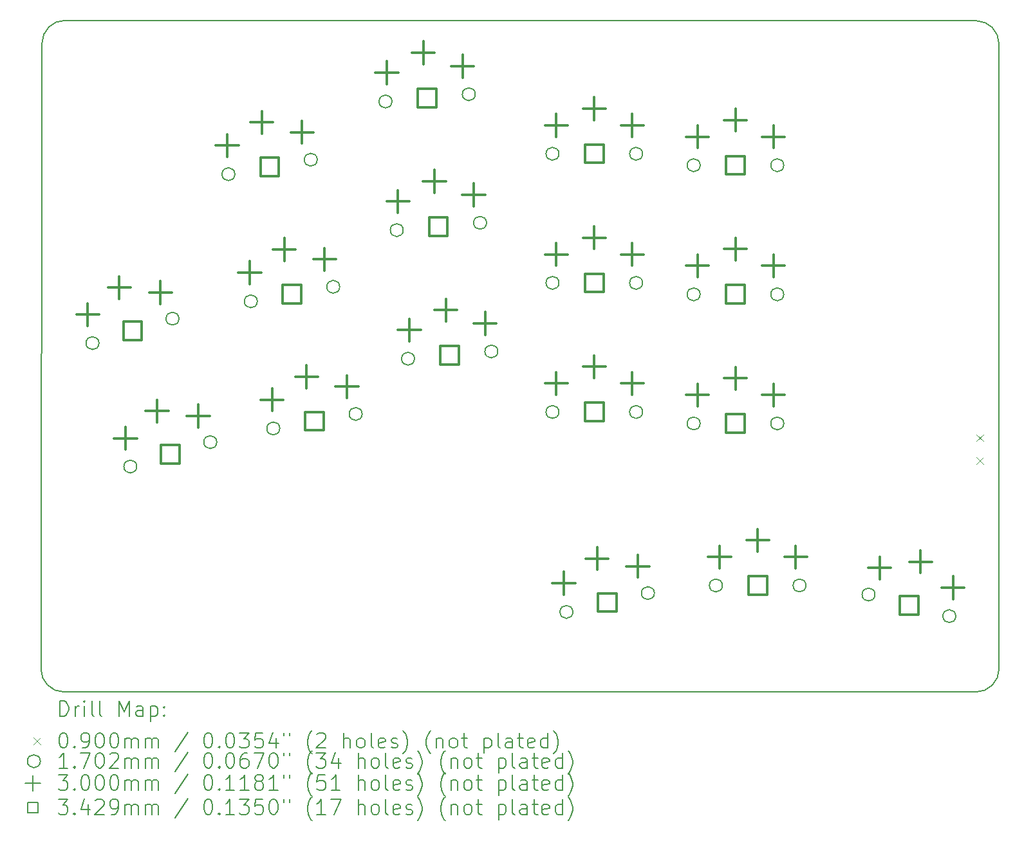
<source format=gbr>
%FSLAX45Y45*%
G04 Gerber Fmt 4.5, Leading zero omitted, Abs format (unit mm)*
G04 Created by KiCad (PCBNEW (6.0.4)) date 2022-05-26 21:53:49*
%MOMM*%
%LPD*%
G01*
G04 APERTURE LIST*
%TA.AperFunction,Profile*%
%ADD10C,0.150000*%
%TD*%
%ADD11C,0.200000*%
%ADD12C,0.090000*%
%ADD13C,0.170180*%
%ADD14C,0.300000*%
%ADD15C,0.342900*%
G04 APERTURE END LIST*
D10*
X16865768Y12115786D02*
G75*
G03*
X16560968Y12420586I-304800J0D01*
G01*
X4579491Y12425784D02*
G75*
G03*
X4274691Y12120984I0J-304800D01*
G01*
X4261741Y3886032D02*
G75*
G03*
X4566541Y3581232I304800J0D01*
G01*
X16560800Y3581400D02*
G75*
G03*
X16865600Y3886200I0J304800D01*
G01*
X16560968Y12420586D02*
X4579491Y12425784D01*
X4261741Y3886032D02*
X4274691Y12120984D01*
X16865600Y3886200D02*
X16865768Y12115786D01*
X16560800Y3581400D02*
X4566541Y3581232D01*
D11*
D12*
X16566600Y6973200D02*
X16656600Y6883200D01*
X16656600Y6973200D02*
X16566600Y6883200D01*
X16566600Y6673200D02*
X16656600Y6583200D01*
X16656600Y6673200D02*
X16566600Y6583200D01*
D13*
X5025423Y8175815D02*
G75*
G03*
X5025423Y8175815I-85090J0D01*
G01*
X5522455Y6550097D02*
G75*
G03*
X5522455Y6550097I-85090J0D01*
G01*
X6077358Y8497424D02*
G75*
G03*
X6077358Y8497424I-85090J0D01*
G01*
X6574390Y6871706D02*
G75*
G03*
X6574390Y6871706I-85090J0D01*
G01*
X6813489Y10399777D02*
G75*
G03*
X6813489Y10399777I-85090J0D01*
G01*
X7108691Y8725603D02*
G75*
G03*
X7108691Y8725603I-85090J0D01*
G01*
X7403893Y7051430D02*
G75*
G03*
X7403893Y7051430I-85090J0D01*
G01*
X7896778Y10590790D02*
G75*
G03*
X7896778Y10590790I-85090J0D01*
G01*
X8191980Y8916616D02*
G75*
G03*
X8191980Y8916616I-85090J0D01*
G01*
X8487182Y7242443D02*
G75*
G03*
X8487182Y7242443I-85090J0D01*
G01*
X8879532Y11357012D02*
G75*
G03*
X8879532Y11357012I-85090J0D01*
G01*
X9027696Y9663481D02*
G75*
G03*
X9027696Y9663481I-85090J0D01*
G01*
X9175861Y7969950D02*
G75*
G03*
X9175861Y7969950I-85090J0D01*
G01*
X9975346Y11452883D02*
G75*
G03*
X9975346Y11452883I-85090J0D01*
G01*
X10123510Y9759352D02*
G75*
G03*
X10123510Y9759352I-85090J0D01*
G01*
X10271675Y8065821D02*
G75*
G03*
X10271675Y8065821I-85090J0D01*
G01*
X11076199Y10668602D02*
G75*
G03*
X11076199Y10668602I-85090J0D01*
G01*
X11076199Y8968602D02*
G75*
G03*
X11076199Y8968602I-85090J0D01*
G01*
X11076199Y7268602D02*
G75*
G03*
X11076199Y7268602I-85090J0D01*
G01*
X11259796Y4635999D02*
G75*
G03*
X11259796Y4635999I-85090J0D01*
G01*
X12176199Y10668602D02*
G75*
G03*
X12176199Y10668602I-85090J0D01*
G01*
X12176199Y8968602D02*
G75*
G03*
X12176199Y8968602I-85090J0D01*
G01*
X12176199Y7268602D02*
G75*
G03*
X12176199Y7268602I-85090J0D01*
G01*
X12331603Y4883445D02*
G75*
G03*
X12331603Y4883445I-85090J0D01*
G01*
X12933590Y10517800D02*
G75*
G03*
X12933590Y10517800I-85090J0D01*
G01*
X12933590Y8817800D02*
G75*
G03*
X12933590Y8817800I-85090J0D01*
G01*
X12933590Y7117800D02*
G75*
G03*
X12933590Y7117800I-85090J0D01*
G01*
X13225690Y4984200D02*
G75*
G03*
X13225690Y4984200I-85090J0D01*
G01*
X14033590Y10517800D02*
G75*
G03*
X14033590Y10517800I-85090J0D01*
G01*
X14033590Y8817800D02*
G75*
G03*
X14033590Y8817800I-85090J0D01*
G01*
X14033590Y7117800D02*
G75*
G03*
X14033590Y7117800I-85090J0D01*
G01*
X14325690Y4984200D02*
G75*
G03*
X14325690Y4984200I-85090J0D01*
G01*
X15233760Y4864650D02*
G75*
G03*
X15233760Y4864650I-85090J0D01*
G01*
X16296278Y4579949D02*
G75*
G03*
X16296278Y4579949I-85090J0D01*
G01*
D14*
X4878509Y8699048D02*
X4878509Y8399048D01*
X4728509Y8549048D02*
X5028509Y8549048D01*
X5292339Y9055621D02*
X5292339Y8755621D01*
X5142339Y8905621D02*
X5442339Y8905621D01*
X5375541Y7073330D02*
X5375541Y6773330D01*
X5225541Y6923330D02*
X5525541Y6923330D01*
X5789371Y7429903D02*
X5789371Y7129903D01*
X5639371Y7279903D02*
X5939371Y7279903D01*
X5834814Y8991420D02*
X5834814Y8691420D01*
X5684814Y8841420D02*
X5984814Y8841420D01*
X6331845Y7365702D02*
X6331845Y7065702D01*
X6181845Y7215702D02*
X6481845Y7215702D01*
X6712522Y10927762D02*
X6712522Y10627762D01*
X6562522Y10777762D02*
X6862522Y10777762D01*
X7007724Y9253589D02*
X7007724Y8953589D01*
X6857724Y9103589D02*
X7157724Y9103589D01*
X7166723Y11231244D02*
X7166723Y10931244D01*
X7016723Y11081244D02*
X7316723Y11081244D01*
X7302926Y7579415D02*
X7302926Y7279415D01*
X7152926Y7429415D02*
X7452926Y7429415D01*
X7461925Y9557070D02*
X7461925Y9257070D01*
X7311925Y9407070D02*
X7611925Y9407070D01*
X7697330Y11101410D02*
X7697330Y10801410D01*
X7547330Y10951410D02*
X7847330Y10951410D01*
X7757127Y7882897D02*
X7757127Y7582897D01*
X7607127Y7732897D02*
X7907127Y7732897D01*
X7992531Y9427237D02*
X7992531Y9127237D01*
X7842531Y9277237D02*
X8142531Y9277237D01*
X8287733Y7753063D02*
X8287733Y7453063D01*
X8137733Y7603063D02*
X8437733Y7603063D01*
X8811568Y11884943D02*
X8811568Y11584943D01*
X8661568Y11734943D02*
X8961568Y11734943D01*
X8959733Y10191412D02*
X8959733Y9891412D01*
X8809733Y10041412D02*
X9109733Y10041412D01*
X9107897Y8497881D02*
X9107897Y8197881D01*
X8957897Y8347881D02*
X9257897Y8347881D01*
X9290491Y12147683D02*
X9290491Y11847683D01*
X9140491Y11997683D02*
X9440491Y11997683D01*
X9438656Y10454153D02*
X9438656Y10154153D01*
X9288656Y10304153D02*
X9588656Y10304153D01*
X9586820Y8760622D02*
X9586820Y8460622D01*
X9436820Y8610622D02*
X9736820Y8610622D01*
X9807763Y11972098D02*
X9807763Y11672098D01*
X9657763Y11822098D02*
X9957763Y11822098D01*
X9955927Y10278568D02*
X9955927Y9978568D01*
X9805927Y10128568D02*
X10105927Y10128568D01*
X10104092Y8585037D02*
X10104092Y8285036D01*
X9954092Y8435037D02*
X10254092Y8435037D01*
X11041109Y11193602D02*
X11041109Y10893602D01*
X10891109Y11043602D02*
X11191109Y11043602D01*
X11041109Y9493602D02*
X11041109Y9193602D01*
X10891109Y9343602D02*
X11191109Y9343602D01*
X11041109Y7793602D02*
X11041109Y7493602D01*
X10891109Y7643602D02*
X11191109Y7643602D01*
X11139068Y5162635D02*
X11139068Y4862635D01*
X10989068Y5012635D02*
X11289068Y5012635D01*
X11541109Y11413602D02*
X11541109Y11113602D01*
X11391109Y11263602D02*
X11691109Y11263602D01*
X11541109Y9713602D02*
X11541109Y9413602D01*
X11391109Y9563602D02*
X11691109Y9563602D01*
X11541109Y8013602D02*
X11541109Y7713602D01*
X11391109Y7863602D02*
X11691109Y7863602D01*
X11576764Y5489472D02*
X11576764Y5189472D01*
X11426764Y5339472D02*
X11726764Y5339472D01*
X12041109Y11193602D02*
X12041109Y10893602D01*
X11891109Y11043602D02*
X12191109Y11043602D01*
X12041109Y9493602D02*
X12041109Y9193602D01*
X11891109Y9343602D02*
X12191109Y9343602D01*
X12041109Y7793602D02*
X12041109Y7493602D01*
X11891109Y7643602D02*
X12191109Y7643602D01*
X12113438Y5387586D02*
X12113438Y5087586D01*
X11963438Y5237586D02*
X12263438Y5237586D01*
X12898500Y11042800D02*
X12898500Y10742800D01*
X12748500Y10892800D02*
X13048500Y10892800D01*
X12898500Y9342800D02*
X12898500Y9042800D01*
X12748500Y9192800D02*
X13048500Y9192800D01*
X12898500Y7642800D02*
X12898500Y7342800D01*
X12748500Y7492800D02*
X13048500Y7492800D01*
X13190600Y5509200D02*
X13190600Y5209200D01*
X13040600Y5359200D02*
X13340600Y5359200D01*
X13398500Y11262800D02*
X13398500Y10962800D01*
X13248500Y11112800D02*
X13548500Y11112800D01*
X13398500Y9562800D02*
X13398500Y9262800D01*
X13248500Y9412800D02*
X13548500Y9412800D01*
X13398500Y7862800D02*
X13398500Y7562800D01*
X13248500Y7712800D02*
X13548500Y7712800D01*
X13690600Y5729200D02*
X13690600Y5429200D01*
X13540600Y5579200D02*
X13840600Y5579200D01*
X13898500Y11042800D02*
X13898500Y10742800D01*
X13748500Y10892800D02*
X14048500Y10892800D01*
X13898500Y9342800D02*
X13898500Y9042800D01*
X13748500Y9192800D02*
X14048500Y9192800D01*
X13898500Y7642800D02*
X13898500Y7342800D01*
X13748500Y7492800D02*
X14048500Y7492800D01*
X14190600Y5509200D02*
X14190600Y5209200D01*
X14040600Y5359200D02*
X14340600Y5359200D01*
X15294023Y5363931D02*
X15294023Y5063931D01*
X15144023Y5213931D02*
X15444023Y5213931D01*
X15833927Y5447026D02*
X15833927Y5147026D01*
X15683927Y5297026D02*
X15983927Y5297026D01*
X16259949Y5105112D02*
X16259949Y4805112D01*
X16109949Y4955112D02*
X16409949Y4955112D01*
D15*
X5587535Y8215385D02*
X5587535Y8457854D01*
X5345066Y8457854D01*
X5345066Y8215385D01*
X5587535Y8215385D01*
X6084567Y6589667D02*
X6084567Y6832136D01*
X5842098Y6832136D01*
X5842098Y6589667D01*
X6084567Y6589667D01*
X7391278Y10374048D02*
X7391278Y10616518D01*
X7148809Y10616518D01*
X7148809Y10374048D01*
X7391278Y10374048D01*
X7686480Y8699875D02*
X7686480Y8942344D01*
X7444011Y8942344D01*
X7444011Y8699875D01*
X7686480Y8699875D01*
X7981682Y7025702D02*
X7981682Y7268171D01*
X7739213Y7268171D01*
X7739213Y7025702D01*
X7981682Y7025702D01*
X9463583Y11283713D02*
X9463583Y11526182D01*
X9221114Y11526182D01*
X9221114Y11283713D01*
X9463583Y11283713D01*
X9611748Y9590182D02*
X9611748Y9832651D01*
X9369279Y9832651D01*
X9369279Y9590182D01*
X9611748Y9590182D01*
X9759913Y7896651D02*
X9759913Y8139120D01*
X9517444Y8139120D01*
X9517444Y7896651D01*
X9759913Y7896651D01*
X11662343Y10547367D02*
X11662343Y10789836D01*
X11419874Y10789836D01*
X11419874Y10547367D01*
X11662343Y10547367D01*
X11662343Y8847367D02*
X11662343Y9089836D01*
X11419874Y9089836D01*
X11419874Y8847367D01*
X11662343Y8847367D01*
X11662343Y7147367D02*
X11662343Y7389836D01*
X11419874Y7389836D01*
X11419874Y7147367D01*
X11662343Y7147367D01*
X11831844Y4638487D02*
X11831844Y4880957D01*
X11589375Y4880957D01*
X11589375Y4638487D01*
X11831844Y4638487D01*
X13519735Y10396565D02*
X13519735Y10639035D01*
X13277265Y10639035D01*
X13277265Y10396565D01*
X13519735Y10396565D01*
X13519735Y8696565D02*
X13519735Y8939035D01*
X13277265Y8939035D01*
X13277265Y8696565D01*
X13519735Y8696565D01*
X13519735Y6996565D02*
X13519735Y7239035D01*
X13277265Y7239035D01*
X13277265Y6996565D01*
X13519735Y6996565D01*
X13811834Y4862966D02*
X13811834Y5105435D01*
X13569365Y5105435D01*
X13569365Y4862966D01*
X13811834Y4862966D01*
X15801164Y4601065D02*
X15801164Y4843534D01*
X15558695Y4843534D01*
X15558695Y4601065D01*
X15801164Y4601065D01*
D11*
X4511860Y3263256D02*
X4511860Y3463256D01*
X4559479Y3463256D01*
X4588051Y3453732D01*
X4607098Y3434684D01*
X4616622Y3415637D01*
X4626146Y3377542D01*
X4626146Y3348970D01*
X4616622Y3310875D01*
X4607098Y3291827D01*
X4588051Y3272780D01*
X4559479Y3263256D01*
X4511860Y3263256D01*
X4711860Y3263256D02*
X4711860Y3396589D01*
X4711860Y3358494D02*
X4721384Y3377542D01*
X4730908Y3387065D01*
X4749955Y3396589D01*
X4769003Y3396589D01*
X4835670Y3263256D02*
X4835670Y3396589D01*
X4835670Y3463256D02*
X4826146Y3453732D01*
X4835670Y3444208D01*
X4845193Y3453732D01*
X4835670Y3463256D01*
X4835670Y3444208D01*
X4959479Y3263256D02*
X4940431Y3272780D01*
X4930908Y3291827D01*
X4930908Y3463256D01*
X5064241Y3263256D02*
X5045193Y3272780D01*
X5035670Y3291827D01*
X5035670Y3463256D01*
X5292812Y3263256D02*
X5292812Y3463256D01*
X5359479Y3320399D01*
X5426146Y3463256D01*
X5426146Y3263256D01*
X5607098Y3263256D02*
X5607098Y3368018D01*
X5597574Y3387065D01*
X5578527Y3396589D01*
X5540431Y3396589D01*
X5521384Y3387065D01*
X5607098Y3272780D02*
X5588051Y3263256D01*
X5540431Y3263256D01*
X5521384Y3272780D01*
X5511860Y3291827D01*
X5511860Y3310875D01*
X5521384Y3329923D01*
X5540431Y3339446D01*
X5588051Y3339446D01*
X5607098Y3348970D01*
X5702336Y3396589D02*
X5702336Y3196589D01*
X5702336Y3387065D02*
X5721384Y3396589D01*
X5759479Y3396589D01*
X5778527Y3387065D01*
X5788050Y3377542D01*
X5797574Y3358494D01*
X5797574Y3301351D01*
X5788050Y3282304D01*
X5778527Y3272780D01*
X5759479Y3263256D01*
X5721384Y3263256D01*
X5702336Y3272780D01*
X5883289Y3282304D02*
X5892812Y3272780D01*
X5883289Y3263256D01*
X5873765Y3272780D01*
X5883289Y3282304D01*
X5883289Y3263256D01*
X5883289Y3387065D02*
X5892812Y3377542D01*
X5883289Y3368018D01*
X5873765Y3377542D01*
X5883289Y3387065D01*
X5883289Y3368018D01*
D12*
X4164241Y2978732D02*
X4254241Y2888732D01*
X4254241Y2978732D02*
X4164241Y2888732D01*
D11*
X4549955Y3043256D02*
X4569003Y3043256D01*
X4588051Y3033732D01*
X4597574Y3024208D01*
X4607098Y3005161D01*
X4616622Y2967065D01*
X4616622Y2919446D01*
X4607098Y2881351D01*
X4597574Y2862304D01*
X4588051Y2852780D01*
X4569003Y2843256D01*
X4549955Y2843256D01*
X4530908Y2852780D01*
X4521384Y2862304D01*
X4511860Y2881351D01*
X4502336Y2919446D01*
X4502336Y2967065D01*
X4511860Y3005161D01*
X4521384Y3024208D01*
X4530908Y3033732D01*
X4549955Y3043256D01*
X4702336Y2862304D02*
X4711860Y2852780D01*
X4702336Y2843256D01*
X4692812Y2852780D01*
X4702336Y2862304D01*
X4702336Y2843256D01*
X4807098Y2843256D02*
X4845193Y2843256D01*
X4864241Y2852780D01*
X4873765Y2862304D01*
X4892812Y2890875D01*
X4902336Y2928970D01*
X4902336Y3005161D01*
X4892812Y3024208D01*
X4883289Y3033732D01*
X4864241Y3043256D01*
X4826146Y3043256D01*
X4807098Y3033732D01*
X4797574Y3024208D01*
X4788051Y3005161D01*
X4788051Y2957542D01*
X4797574Y2938494D01*
X4807098Y2928970D01*
X4826146Y2919446D01*
X4864241Y2919446D01*
X4883289Y2928970D01*
X4892812Y2938494D01*
X4902336Y2957542D01*
X5026146Y3043256D02*
X5045193Y3043256D01*
X5064241Y3033732D01*
X5073765Y3024208D01*
X5083289Y3005161D01*
X5092812Y2967065D01*
X5092812Y2919446D01*
X5083289Y2881351D01*
X5073765Y2862304D01*
X5064241Y2852780D01*
X5045193Y2843256D01*
X5026146Y2843256D01*
X5007098Y2852780D01*
X4997574Y2862304D01*
X4988051Y2881351D01*
X4978527Y2919446D01*
X4978527Y2967065D01*
X4988051Y3005161D01*
X4997574Y3024208D01*
X5007098Y3033732D01*
X5026146Y3043256D01*
X5216622Y3043256D02*
X5235670Y3043256D01*
X5254717Y3033732D01*
X5264241Y3024208D01*
X5273765Y3005161D01*
X5283289Y2967065D01*
X5283289Y2919446D01*
X5273765Y2881351D01*
X5264241Y2862304D01*
X5254717Y2852780D01*
X5235670Y2843256D01*
X5216622Y2843256D01*
X5197574Y2852780D01*
X5188051Y2862304D01*
X5178527Y2881351D01*
X5169003Y2919446D01*
X5169003Y2967065D01*
X5178527Y3005161D01*
X5188051Y3024208D01*
X5197574Y3033732D01*
X5216622Y3043256D01*
X5369003Y2843256D02*
X5369003Y2976589D01*
X5369003Y2957542D02*
X5378527Y2967065D01*
X5397574Y2976589D01*
X5426146Y2976589D01*
X5445193Y2967065D01*
X5454717Y2948018D01*
X5454717Y2843256D01*
X5454717Y2948018D02*
X5464241Y2967065D01*
X5483289Y2976589D01*
X5511860Y2976589D01*
X5530908Y2967065D01*
X5540431Y2948018D01*
X5540431Y2843256D01*
X5635669Y2843256D02*
X5635669Y2976589D01*
X5635669Y2957542D02*
X5645193Y2967065D01*
X5664241Y2976589D01*
X5692812Y2976589D01*
X5711860Y2967065D01*
X5721384Y2948018D01*
X5721384Y2843256D01*
X5721384Y2948018D02*
X5730908Y2967065D01*
X5749955Y2976589D01*
X5778527Y2976589D01*
X5797574Y2967065D01*
X5807098Y2948018D01*
X5807098Y2843256D01*
X6197574Y3052780D02*
X6026146Y2795637D01*
X6454717Y3043256D02*
X6473765Y3043256D01*
X6492812Y3033732D01*
X6502336Y3024208D01*
X6511860Y3005161D01*
X6521384Y2967065D01*
X6521384Y2919446D01*
X6511860Y2881351D01*
X6502336Y2862304D01*
X6492812Y2852780D01*
X6473765Y2843256D01*
X6454717Y2843256D01*
X6435669Y2852780D01*
X6426146Y2862304D01*
X6416622Y2881351D01*
X6407098Y2919446D01*
X6407098Y2967065D01*
X6416622Y3005161D01*
X6426146Y3024208D01*
X6435669Y3033732D01*
X6454717Y3043256D01*
X6607098Y2862304D02*
X6616622Y2852780D01*
X6607098Y2843256D01*
X6597574Y2852780D01*
X6607098Y2862304D01*
X6607098Y2843256D01*
X6740431Y3043256D02*
X6759479Y3043256D01*
X6778527Y3033732D01*
X6788050Y3024208D01*
X6797574Y3005161D01*
X6807098Y2967065D01*
X6807098Y2919446D01*
X6797574Y2881351D01*
X6788050Y2862304D01*
X6778527Y2852780D01*
X6759479Y2843256D01*
X6740431Y2843256D01*
X6721384Y2852780D01*
X6711860Y2862304D01*
X6702336Y2881351D01*
X6692812Y2919446D01*
X6692812Y2967065D01*
X6702336Y3005161D01*
X6711860Y3024208D01*
X6721384Y3033732D01*
X6740431Y3043256D01*
X6873765Y3043256D02*
X6997574Y3043256D01*
X6930908Y2967065D01*
X6959479Y2967065D01*
X6978527Y2957542D01*
X6988050Y2948018D01*
X6997574Y2928970D01*
X6997574Y2881351D01*
X6988050Y2862304D01*
X6978527Y2852780D01*
X6959479Y2843256D01*
X6902336Y2843256D01*
X6883289Y2852780D01*
X6873765Y2862304D01*
X7178527Y3043256D02*
X7083289Y3043256D01*
X7073765Y2948018D01*
X7083289Y2957542D01*
X7102336Y2967065D01*
X7149955Y2967065D01*
X7169003Y2957542D01*
X7178527Y2948018D01*
X7188050Y2928970D01*
X7188050Y2881351D01*
X7178527Y2862304D01*
X7169003Y2852780D01*
X7149955Y2843256D01*
X7102336Y2843256D01*
X7083289Y2852780D01*
X7073765Y2862304D01*
X7359479Y2976589D02*
X7359479Y2843256D01*
X7311860Y3052780D02*
X7264241Y2909923D01*
X7388050Y2909923D01*
X7454717Y3043256D02*
X7454717Y3005161D01*
X7530908Y3043256D02*
X7530908Y3005161D01*
X7826146Y2767066D02*
X7816622Y2776589D01*
X7797574Y2805161D01*
X7788050Y2824208D01*
X7778527Y2852780D01*
X7769003Y2900399D01*
X7769003Y2938494D01*
X7778527Y2986113D01*
X7788050Y3014684D01*
X7797574Y3033732D01*
X7816622Y3062304D01*
X7826146Y3071827D01*
X7892812Y3024208D02*
X7902336Y3033732D01*
X7921384Y3043256D01*
X7969003Y3043256D01*
X7988050Y3033732D01*
X7997574Y3024208D01*
X8007098Y3005161D01*
X8007098Y2986113D01*
X7997574Y2957542D01*
X7883289Y2843256D01*
X8007098Y2843256D01*
X8245193Y2843256D02*
X8245193Y3043256D01*
X8330908Y2843256D02*
X8330908Y2948018D01*
X8321384Y2967065D01*
X8302336Y2976589D01*
X8273765Y2976589D01*
X8254717Y2967065D01*
X8245193Y2957542D01*
X8454717Y2843256D02*
X8435670Y2852780D01*
X8426146Y2862304D01*
X8416622Y2881351D01*
X8416622Y2938494D01*
X8426146Y2957542D01*
X8435670Y2967065D01*
X8454717Y2976589D01*
X8483289Y2976589D01*
X8502336Y2967065D01*
X8511860Y2957542D01*
X8521384Y2938494D01*
X8521384Y2881351D01*
X8511860Y2862304D01*
X8502336Y2852780D01*
X8483289Y2843256D01*
X8454717Y2843256D01*
X8635670Y2843256D02*
X8616622Y2852780D01*
X8607098Y2871827D01*
X8607098Y3043256D01*
X8788051Y2852780D02*
X8769003Y2843256D01*
X8730908Y2843256D01*
X8711860Y2852780D01*
X8702336Y2871827D01*
X8702336Y2948018D01*
X8711860Y2967065D01*
X8730908Y2976589D01*
X8769003Y2976589D01*
X8788051Y2967065D01*
X8797574Y2948018D01*
X8797574Y2928970D01*
X8702336Y2909923D01*
X8873765Y2852780D02*
X8892812Y2843256D01*
X8930908Y2843256D01*
X8949955Y2852780D01*
X8959479Y2871827D01*
X8959479Y2881351D01*
X8949955Y2900399D01*
X8930908Y2909923D01*
X8902336Y2909923D01*
X8883289Y2919446D01*
X8873765Y2938494D01*
X8873765Y2948018D01*
X8883289Y2967065D01*
X8902336Y2976589D01*
X8930908Y2976589D01*
X8949955Y2967065D01*
X9026146Y2767066D02*
X9035670Y2776589D01*
X9054717Y2805161D01*
X9064241Y2824208D01*
X9073765Y2852780D01*
X9083289Y2900399D01*
X9083289Y2938494D01*
X9073765Y2986113D01*
X9064241Y3014684D01*
X9054717Y3033732D01*
X9035670Y3062304D01*
X9026146Y3071827D01*
X9388051Y2767066D02*
X9378527Y2776589D01*
X9359479Y2805161D01*
X9349955Y2824208D01*
X9340431Y2852780D01*
X9330908Y2900399D01*
X9330908Y2938494D01*
X9340431Y2986113D01*
X9349955Y3014684D01*
X9359479Y3033732D01*
X9378527Y3062304D01*
X9388051Y3071827D01*
X9464241Y2976589D02*
X9464241Y2843256D01*
X9464241Y2957542D02*
X9473765Y2967065D01*
X9492812Y2976589D01*
X9521384Y2976589D01*
X9540431Y2967065D01*
X9549955Y2948018D01*
X9549955Y2843256D01*
X9673765Y2843256D02*
X9654717Y2852780D01*
X9645193Y2862304D01*
X9635670Y2881351D01*
X9635670Y2938494D01*
X9645193Y2957542D01*
X9654717Y2967065D01*
X9673765Y2976589D01*
X9702336Y2976589D01*
X9721384Y2967065D01*
X9730908Y2957542D01*
X9740431Y2938494D01*
X9740431Y2881351D01*
X9730908Y2862304D01*
X9721384Y2852780D01*
X9702336Y2843256D01*
X9673765Y2843256D01*
X9797574Y2976589D02*
X9873765Y2976589D01*
X9826146Y3043256D02*
X9826146Y2871827D01*
X9835670Y2852780D01*
X9854717Y2843256D01*
X9873765Y2843256D01*
X10092812Y2976589D02*
X10092812Y2776589D01*
X10092812Y2967065D02*
X10111860Y2976589D01*
X10149955Y2976589D01*
X10169003Y2967065D01*
X10178527Y2957542D01*
X10188051Y2938494D01*
X10188051Y2881351D01*
X10178527Y2862304D01*
X10169003Y2852780D01*
X10149955Y2843256D01*
X10111860Y2843256D01*
X10092812Y2852780D01*
X10302336Y2843256D02*
X10283289Y2852780D01*
X10273765Y2871827D01*
X10273765Y3043256D01*
X10464241Y2843256D02*
X10464241Y2948018D01*
X10454717Y2967065D01*
X10435670Y2976589D01*
X10397574Y2976589D01*
X10378527Y2967065D01*
X10464241Y2852780D02*
X10445193Y2843256D01*
X10397574Y2843256D01*
X10378527Y2852780D01*
X10369003Y2871827D01*
X10369003Y2890875D01*
X10378527Y2909923D01*
X10397574Y2919446D01*
X10445193Y2919446D01*
X10464241Y2928970D01*
X10530908Y2976589D02*
X10607098Y2976589D01*
X10559479Y3043256D02*
X10559479Y2871827D01*
X10569003Y2852780D01*
X10588051Y2843256D01*
X10607098Y2843256D01*
X10749955Y2852780D02*
X10730908Y2843256D01*
X10692812Y2843256D01*
X10673765Y2852780D01*
X10664241Y2871827D01*
X10664241Y2948018D01*
X10673765Y2967065D01*
X10692812Y2976589D01*
X10730908Y2976589D01*
X10749955Y2967065D01*
X10759479Y2948018D01*
X10759479Y2928970D01*
X10664241Y2909923D01*
X10930908Y2843256D02*
X10930908Y3043256D01*
X10930908Y2852780D02*
X10911860Y2843256D01*
X10873765Y2843256D01*
X10854717Y2852780D01*
X10845193Y2862304D01*
X10835670Y2881351D01*
X10835670Y2938494D01*
X10845193Y2957542D01*
X10854717Y2967065D01*
X10873765Y2976589D01*
X10911860Y2976589D01*
X10930908Y2967065D01*
X11007098Y2767066D02*
X11016622Y2776589D01*
X11035670Y2805161D01*
X11045193Y2824208D01*
X11054717Y2852780D01*
X11064241Y2900399D01*
X11064241Y2938494D01*
X11054717Y2986113D01*
X11045193Y3014684D01*
X11035670Y3033732D01*
X11016622Y3062304D01*
X11007098Y3071827D01*
D13*
X4254241Y2669732D02*
G75*
G03*
X4254241Y2669732I-85090J0D01*
G01*
D11*
X4616622Y2579256D02*
X4502336Y2579256D01*
X4559479Y2579256D02*
X4559479Y2779256D01*
X4540431Y2750685D01*
X4521384Y2731637D01*
X4502336Y2722113D01*
X4702336Y2598304D02*
X4711860Y2588780D01*
X4702336Y2579256D01*
X4692812Y2588780D01*
X4702336Y2598304D01*
X4702336Y2579256D01*
X4778527Y2779256D02*
X4911860Y2779256D01*
X4826146Y2579256D01*
X5026146Y2779256D02*
X5045193Y2779256D01*
X5064241Y2769732D01*
X5073765Y2760208D01*
X5083289Y2741161D01*
X5092812Y2703066D01*
X5092812Y2655446D01*
X5083289Y2617351D01*
X5073765Y2598304D01*
X5064241Y2588780D01*
X5045193Y2579256D01*
X5026146Y2579256D01*
X5007098Y2588780D01*
X4997574Y2598304D01*
X4988051Y2617351D01*
X4978527Y2655446D01*
X4978527Y2703066D01*
X4988051Y2741161D01*
X4997574Y2760208D01*
X5007098Y2769732D01*
X5026146Y2779256D01*
X5169003Y2760208D02*
X5178527Y2769732D01*
X5197574Y2779256D01*
X5245193Y2779256D01*
X5264241Y2769732D01*
X5273765Y2760208D01*
X5283289Y2741161D01*
X5283289Y2722113D01*
X5273765Y2693542D01*
X5159479Y2579256D01*
X5283289Y2579256D01*
X5369003Y2579256D02*
X5369003Y2712589D01*
X5369003Y2693542D02*
X5378527Y2703066D01*
X5397574Y2712589D01*
X5426146Y2712589D01*
X5445193Y2703066D01*
X5454717Y2684018D01*
X5454717Y2579256D01*
X5454717Y2684018D02*
X5464241Y2703066D01*
X5483289Y2712589D01*
X5511860Y2712589D01*
X5530908Y2703066D01*
X5540431Y2684018D01*
X5540431Y2579256D01*
X5635669Y2579256D02*
X5635669Y2712589D01*
X5635669Y2693542D02*
X5645193Y2703066D01*
X5664241Y2712589D01*
X5692812Y2712589D01*
X5711860Y2703066D01*
X5721384Y2684018D01*
X5721384Y2579256D01*
X5721384Y2684018D02*
X5730908Y2703066D01*
X5749955Y2712589D01*
X5778527Y2712589D01*
X5797574Y2703066D01*
X5807098Y2684018D01*
X5807098Y2579256D01*
X6197574Y2788780D02*
X6026146Y2531637D01*
X6454717Y2779256D02*
X6473765Y2779256D01*
X6492812Y2769732D01*
X6502336Y2760208D01*
X6511860Y2741161D01*
X6521384Y2703066D01*
X6521384Y2655446D01*
X6511860Y2617351D01*
X6502336Y2598304D01*
X6492812Y2588780D01*
X6473765Y2579256D01*
X6454717Y2579256D01*
X6435669Y2588780D01*
X6426146Y2598304D01*
X6416622Y2617351D01*
X6407098Y2655446D01*
X6407098Y2703066D01*
X6416622Y2741161D01*
X6426146Y2760208D01*
X6435669Y2769732D01*
X6454717Y2779256D01*
X6607098Y2598304D02*
X6616622Y2588780D01*
X6607098Y2579256D01*
X6597574Y2588780D01*
X6607098Y2598304D01*
X6607098Y2579256D01*
X6740431Y2779256D02*
X6759479Y2779256D01*
X6778527Y2769732D01*
X6788050Y2760208D01*
X6797574Y2741161D01*
X6807098Y2703066D01*
X6807098Y2655446D01*
X6797574Y2617351D01*
X6788050Y2598304D01*
X6778527Y2588780D01*
X6759479Y2579256D01*
X6740431Y2579256D01*
X6721384Y2588780D01*
X6711860Y2598304D01*
X6702336Y2617351D01*
X6692812Y2655446D01*
X6692812Y2703066D01*
X6702336Y2741161D01*
X6711860Y2760208D01*
X6721384Y2769732D01*
X6740431Y2779256D01*
X6978527Y2779256D02*
X6940431Y2779256D01*
X6921384Y2769732D01*
X6911860Y2760208D01*
X6892812Y2731637D01*
X6883289Y2693542D01*
X6883289Y2617351D01*
X6892812Y2598304D01*
X6902336Y2588780D01*
X6921384Y2579256D01*
X6959479Y2579256D01*
X6978527Y2588780D01*
X6988050Y2598304D01*
X6997574Y2617351D01*
X6997574Y2664970D01*
X6988050Y2684018D01*
X6978527Y2693542D01*
X6959479Y2703066D01*
X6921384Y2703066D01*
X6902336Y2693542D01*
X6892812Y2684018D01*
X6883289Y2664970D01*
X7064241Y2779256D02*
X7197574Y2779256D01*
X7111860Y2579256D01*
X7311860Y2779256D02*
X7330908Y2779256D01*
X7349955Y2769732D01*
X7359479Y2760208D01*
X7369003Y2741161D01*
X7378527Y2703066D01*
X7378527Y2655446D01*
X7369003Y2617351D01*
X7359479Y2598304D01*
X7349955Y2588780D01*
X7330908Y2579256D01*
X7311860Y2579256D01*
X7292812Y2588780D01*
X7283289Y2598304D01*
X7273765Y2617351D01*
X7264241Y2655446D01*
X7264241Y2703066D01*
X7273765Y2741161D01*
X7283289Y2760208D01*
X7292812Y2769732D01*
X7311860Y2779256D01*
X7454717Y2779256D02*
X7454717Y2741161D01*
X7530908Y2779256D02*
X7530908Y2741161D01*
X7826146Y2503066D02*
X7816622Y2512589D01*
X7797574Y2541161D01*
X7788050Y2560208D01*
X7778527Y2588780D01*
X7769003Y2636399D01*
X7769003Y2674494D01*
X7778527Y2722113D01*
X7788050Y2750685D01*
X7797574Y2769732D01*
X7816622Y2798304D01*
X7826146Y2807827D01*
X7883289Y2779256D02*
X8007098Y2779256D01*
X7940431Y2703066D01*
X7969003Y2703066D01*
X7988050Y2693542D01*
X7997574Y2684018D01*
X8007098Y2664970D01*
X8007098Y2617351D01*
X7997574Y2598304D01*
X7988050Y2588780D01*
X7969003Y2579256D01*
X7911860Y2579256D01*
X7892812Y2588780D01*
X7883289Y2598304D01*
X8178527Y2712589D02*
X8178527Y2579256D01*
X8130908Y2788780D02*
X8083289Y2645923D01*
X8207098Y2645923D01*
X8435670Y2579256D02*
X8435670Y2779256D01*
X8521384Y2579256D02*
X8521384Y2684018D01*
X8511860Y2703066D01*
X8492812Y2712589D01*
X8464241Y2712589D01*
X8445193Y2703066D01*
X8435670Y2693542D01*
X8645193Y2579256D02*
X8626146Y2588780D01*
X8616622Y2598304D01*
X8607098Y2617351D01*
X8607098Y2674494D01*
X8616622Y2693542D01*
X8626146Y2703066D01*
X8645193Y2712589D01*
X8673765Y2712589D01*
X8692812Y2703066D01*
X8702336Y2693542D01*
X8711860Y2674494D01*
X8711860Y2617351D01*
X8702336Y2598304D01*
X8692812Y2588780D01*
X8673765Y2579256D01*
X8645193Y2579256D01*
X8826146Y2579256D02*
X8807098Y2588780D01*
X8797574Y2607827D01*
X8797574Y2779256D01*
X8978527Y2588780D02*
X8959479Y2579256D01*
X8921384Y2579256D01*
X8902336Y2588780D01*
X8892812Y2607827D01*
X8892812Y2684018D01*
X8902336Y2703066D01*
X8921384Y2712589D01*
X8959479Y2712589D01*
X8978527Y2703066D01*
X8988051Y2684018D01*
X8988051Y2664970D01*
X8892812Y2645923D01*
X9064241Y2588780D02*
X9083289Y2579256D01*
X9121384Y2579256D01*
X9140431Y2588780D01*
X9149955Y2607827D01*
X9149955Y2617351D01*
X9140431Y2636399D01*
X9121384Y2645923D01*
X9092812Y2645923D01*
X9073765Y2655446D01*
X9064241Y2674494D01*
X9064241Y2684018D01*
X9073765Y2703066D01*
X9092812Y2712589D01*
X9121384Y2712589D01*
X9140431Y2703066D01*
X9216622Y2503066D02*
X9226146Y2512589D01*
X9245193Y2541161D01*
X9254717Y2560208D01*
X9264241Y2588780D01*
X9273765Y2636399D01*
X9273765Y2674494D01*
X9264241Y2722113D01*
X9254717Y2750685D01*
X9245193Y2769732D01*
X9226146Y2798304D01*
X9216622Y2807827D01*
X9578527Y2503066D02*
X9569003Y2512589D01*
X9549955Y2541161D01*
X9540431Y2560208D01*
X9530908Y2588780D01*
X9521384Y2636399D01*
X9521384Y2674494D01*
X9530908Y2722113D01*
X9540431Y2750685D01*
X9549955Y2769732D01*
X9569003Y2798304D01*
X9578527Y2807827D01*
X9654717Y2712589D02*
X9654717Y2579256D01*
X9654717Y2693542D02*
X9664241Y2703066D01*
X9683289Y2712589D01*
X9711860Y2712589D01*
X9730908Y2703066D01*
X9740431Y2684018D01*
X9740431Y2579256D01*
X9864241Y2579256D02*
X9845193Y2588780D01*
X9835670Y2598304D01*
X9826146Y2617351D01*
X9826146Y2674494D01*
X9835670Y2693542D01*
X9845193Y2703066D01*
X9864241Y2712589D01*
X9892812Y2712589D01*
X9911860Y2703066D01*
X9921384Y2693542D01*
X9930908Y2674494D01*
X9930908Y2617351D01*
X9921384Y2598304D01*
X9911860Y2588780D01*
X9892812Y2579256D01*
X9864241Y2579256D01*
X9988051Y2712589D02*
X10064241Y2712589D01*
X10016622Y2779256D02*
X10016622Y2607827D01*
X10026146Y2588780D01*
X10045193Y2579256D01*
X10064241Y2579256D01*
X10283289Y2712589D02*
X10283289Y2512589D01*
X10283289Y2703066D02*
X10302336Y2712589D01*
X10340431Y2712589D01*
X10359479Y2703066D01*
X10369003Y2693542D01*
X10378527Y2674494D01*
X10378527Y2617351D01*
X10369003Y2598304D01*
X10359479Y2588780D01*
X10340431Y2579256D01*
X10302336Y2579256D01*
X10283289Y2588780D01*
X10492812Y2579256D02*
X10473765Y2588780D01*
X10464241Y2607827D01*
X10464241Y2779256D01*
X10654717Y2579256D02*
X10654717Y2684018D01*
X10645193Y2703066D01*
X10626146Y2712589D01*
X10588051Y2712589D01*
X10569003Y2703066D01*
X10654717Y2588780D02*
X10635670Y2579256D01*
X10588051Y2579256D01*
X10569003Y2588780D01*
X10559479Y2607827D01*
X10559479Y2626875D01*
X10569003Y2645923D01*
X10588051Y2655446D01*
X10635670Y2655446D01*
X10654717Y2664970D01*
X10721384Y2712589D02*
X10797574Y2712589D01*
X10749955Y2779256D02*
X10749955Y2607827D01*
X10759479Y2588780D01*
X10778527Y2579256D01*
X10797574Y2579256D01*
X10940431Y2588780D02*
X10921384Y2579256D01*
X10883289Y2579256D01*
X10864241Y2588780D01*
X10854717Y2607827D01*
X10854717Y2684018D01*
X10864241Y2703066D01*
X10883289Y2712589D01*
X10921384Y2712589D01*
X10940431Y2703066D01*
X10949955Y2684018D01*
X10949955Y2664970D01*
X10854717Y2645923D01*
X11121384Y2579256D02*
X11121384Y2779256D01*
X11121384Y2588780D02*
X11102336Y2579256D01*
X11064241Y2579256D01*
X11045193Y2588780D01*
X11035670Y2598304D01*
X11026146Y2617351D01*
X11026146Y2674494D01*
X11035670Y2693542D01*
X11045193Y2703066D01*
X11064241Y2712589D01*
X11102336Y2712589D01*
X11121384Y2703066D01*
X11197574Y2503066D02*
X11207098Y2512589D01*
X11226146Y2541161D01*
X11235669Y2560208D01*
X11245193Y2588780D01*
X11254717Y2636399D01*
X11254717Y2674494D01*
X11245193Y2722113D01*
X11235669Y2750685D01*
X11226146Y2769732D01*
X11207098Y2798304D01*
X11197574Y2807827D01*
X4154241Y2479552D02*
X4154241Y2279552D01*
X4054241Y2379552D02*
X4254241Y2379552D01*
X4492812Y2489076D02*
X4616622Y2489076D01*
X4549955Y2412886D01*
X4578527Y2412886D01*
X4597574Y2403362D01*
X4607098Y2393838D01*
X4616622Y2374790D01*
X4616622Y2327171D01*
X4607098Y2308124D01*
X4597574Y2298600D01*
X4578527Y2289076D01*
X4521384Y2289076D01*
X4502336Y2298600D01*
X4492812Y2308124D01*
X4702336Y2308124D02*
X4711860Y2298600D01*
X4702336Y2289076D01*
X4692812Y2298600D01*
X4702336Y2308124D01*
X4702336Y2289076D01*
X4835670Y2489076D02*
X4854717Y2489076D01*
X4873765Y2479552D01*
X4883289Y2470028D01*
X4892812Y2450981D01*
X4902336Y2412886D01*
X4902336Y2365266D01*
X4892812Y2327171D01*
X4883289Y2308124D01*
X4873765Y2298600D01*
X4854717Y2289076D01*
X4835670Y2289076D01*
X4816622Y2298600D01*
X4807098Y2308124D01*
X4797574Y2327171D01*
X4788051Y2365266D01*
X4788051Y2412886D01*
X4797574Y2450981D01*
X4807098Y2470028D01*
X4816622Y2479552D01*
X4835670Y2489076D01*
X5026146Y2489076D02*
X5045193Y2489076D01*
X5064241Y2479552D01*
X5073765Y2470028D01*
X5083289Y2450981D01*
X5092812Y2412886D01*
X5092812Y2365266D01*
X5083289Y2327171D01*
X5073765Y2308124D01*
X5064241Y2298600D01*
X5045193Y2289076D01*
X5026146Y2289076D01*
X5007098Y2298600D01*
X4997574Y2308124D01*
X4988051Y2327171D01*
X4978527Y2365266D01*
X4978527Y2412886D01*
X4988051Y2450981D01*
X4997574Y2470028D01*
X5007098Y2479552D01*
X5026146Y2489076D01*
X5216622Y2489076D02*
X5235670Y2489076D01*
X5254717Y2479552D01*
X5264241Y2470028D01*
X5273765Y2450981D01*
X5283289Y2412886D01*
X5283289Y2365266D01*
X5273765Y2327171D01*
X5264241Y2308124D01*
X5254717Y2298600D01*
X5235670Y2289076D01*
X5216622Y2289076D01*
X5197574Y2298600D01*
X5188051Y2308124D01*
X5178527Y2327171D01*
X5169003Y2365266D01*
X5169003Y2412886D01*
X5178527Y2450981D01*
X5188051Y2470028D01*
X5197574Y2479552D01*
X5216622Y2489076D01*
X5369003Y2289076D02*
X5369003Y2422409D01*
X5369003Y2403362D02*
X5378527Y2412886D01*
X5397574Y2422409D01*
X5426146Y2422409D01*
X5445193Y2412886D01*
X5454717Y2393838D01*
X5454717Y2289076D01*
X5454717Y2393838D02*
X5464241Y2412886D01*
X5483289Y2422409D01*
X5511860Y2422409D01*
X5530908Y2412886D01*
X5540431Y2393838D01*
X5540431Y2289076D01*
X5635669Y2289076D02*
X5635669Y2422409D01*
X5635669Y2403362D02*
X5645193Y2412886D01*
X5664241Y2422409D01*
X5692812Y2422409D01*
X5711860Y2412886D01*
X5721384Y2393838D01*
X5721384Y2289076D01*
X5721384Y2393838D02*
X5730908Y2412886D01*
X5749955Y2422409D01*
X5778527Y2422409D01*
X5797574Y2412886D01*
X5807098Y2393838D01*
X5807098Y2289076D01*
X6197574Y2498600D02*
X6026146Y2241457D01*
X6454717Y2489076D02*
X6473765Y2489076D01*
X6492812Y2479552D01*
X6502336Y2470028D01*
X6511860Y2450981D01*
X6521384Y2412886D01*
X6521384Y2365266D01*
X6511860Y2327171D01*
X6502336Y2308124D01*
X6492812Y2298600D01*
X6473765Y2289076D01*
X6454717Y2289076D01*
X6435669Y2298600D01*
X6426146Y2308124D01*
X6416622Y2327171D01*
X6407098Y2365266D01*
X6407098Y2412886D01*
X6416622Y2450981D01*
X6426146Y2470028D01*
X6435669Y2479552D01*
X6454717Y2489076D01*
X6607098Y2308124D02*
X6616622Y2298600D01*
X6607098Y2289076D01*
X6597574Y2298600D01*
X6607098Y2308124D01*
X6607098Y2289076D01*
X6807098Y2289076D02*
X6692812Y2289076D01*
X6749955Y2289076D02*
X6749955Y2489076D01*
X6730908Y2460505D01*
X6711860Y2441457D01*
X6692812Y2431933D01*
X6997574Y2289076D02*
X6883289Y2289076D01*
X6940431Y2289076D02*
X6940431Y2489076D01*
X6921384Y2460505D01*
X6902336Y2441457D01*
X6883289Y2431933D01*
X7111860Y2403362D02*
X7092812Y2412886D01*
X7083289Y2422409D01*
X7073765Y2441457D01*
X7073765Y2450981D01*
X7083289Y2470028D01*
X7092812Y2479552D01*
X7111860Y2489076D01*
X7149955Y2489076D01*
X7169003Y2479552D01*
X7178527Y2470028D01*
X7188050Y2450981D01*
X7188050Y2441457D01*
X7178527Y2422409D01*
X7169003Y2412886D01*
X7149955Y2403362D01*
X7111860Y2403362D01*
X7092812Y2393838D01*
X7083289Y2384314D01*
X7073765Y2365266D01*
X7073765Y2327171D01*
X7083289Y2308124D01*
X7092812Y2298600D01*
X7111860Y2289076D01*
X7149955Y2289076D01*
X7169003Y2298600D01*
X7178527Y2308124D01*
X7188050Y2327171D01*
X7188050Y2365266D01*
X7178527Y2384314D01*
X7169003Y2393838D01*
X7149955Y2403362D01*
X7378527Y2289076D02*
X7264241Y2289076D01*
X7321384Y2289076D02*
X7321384Y2489076D01*
X7302336Y2460505D01*
X7283289Y2441457D01*
X7264241Y2431933D01*
X7454717Y2489076D02*
X7454717Y2450981D01*
X7530908Y2489076D02*
X7530908Y2450981D01*
X7826146Y2212886D02*
X7816622Y2222409D01*
X7797574Y2250981D01*
X7788050Y2270028D01*
X7778527Y2298600D01*
X7769003Y2346219D01*
X7769003Y2384314D01*
X7778527Y2431933D01*
X7788050Y2460505D01*
X7797574Y2479552D01*
X7816622Y2508124D01*
X7826146Y2517647D01*
X7997574Y2489076D02*
X7902336Y2489076D01*
X7892812Y2393838D01*
X7902336Y2403362D01*
X7921384Y2412886D01*
X7969003Y2412886D01*
X7988050Y2403362D01*
X7997574Y2393838D01*
X8007098Y2374790D01*
X8007098Y2327171D01*
X7997574Y2308124D01*
X7988050Y2298600D01*
X7969003Y2289076D01*
X7921384Y2289076D01*
X7902336Y2298600D01*
X7892812Y2308124D01*
X8197574Y2289076D02*
X8083289Y2289076D01*
X8140431Y2289076D02*
X8140431Y2489076D01*
X8121384Y2460505D01*
X8102336Y2441457D01*
X8083289Y2431933D01*
X8435670Y2289076D02*
X8435670Y2489076D01*
X8521384Y2289076D02*
X8521384Y2393838D01*
X8511860Y2412886D01*
X8492812Y2422409D01*
X8464241Y2422409D01*
X8445193Y2412886D01*
X8435670Y2403362D01*
X8645193Y2289076D02*
X8626146Y2298600D01*
X8616622Y2308124D01*
X8607098Y2327171D01*
X8607098Y2384314D01*
X8616622Y2403362D01*
X8626146Y2412886D01*
X8645193Y2422409D01*
X8673765Y2422409D01*
X8692812Y2412886D01*
X8702336Y2403362D01*
X8711860Y2384314D01*
X8711860Y2327171D01*
X8702336Y2308124D01*
X8692812Y2298600D01*
X8673765Y2289076D01*
X8645193Y2289076D01*
X8826146Y2289076D02*
X8807098Y2298600D01*
X8797574Y2317647D01*
X8797574Y2489076D01*
X8978527Y2298600D02*
X8959479Y2289076D01*
X8921384Y2289076D01*
X8902336Y2298600D01*
X8892812Y2317647D01*
X8892812Y2393838D01*
X8902336Y2412886D01*
X8921384Y2422409D01*
X8959479Y2422409D01*
X8978527Y2412886D01*
X8988051Y2393838D01*
X8988051Y2374790D01*
X8892812Y2355743D01*
X9064241Y2298600D02*
X9083289Y2289076D01*
X9121384Y2289076D01*
X9140431Y2298600D01*
X9149955Y2317647D01*
X9149955Y2327171D01*
X9140431Y2346219D01*
X9121384Y2355743D01*
X9092812Y2355743D01*
X9073765Y2365266D01*
X9064241Y2384314D01*
X9064241Y2393838D01*
X9073765Y2412886D01*
X9092812Y2422409D01*
X9121384Y2422409D01*
X9140431Y2412886D01*
X9216622Y2212886D02*
X9226146Y2222409D01*
X9245193Y2250981D01*
X9254717Y2270028D01*
X9264241Y2298600D01*
X9273765Y2346219D01*
X9273765Y2384314D01*
X9264241Y2431933D01*
X9254717Y2460505D01*
X9245193Y2479552D01*
X9226146Y2508124D01*
X9216622Y2517647D01*
X9578527Y2212886D02*
X9569003Y2222409D01*
X9549955Y2250981D01*
X9540431Y2270028D01*
X9530908Y2298600D01*
X9521384Y2346219D01*
X9521384Y2384314D01*
X9530908Y2431933D01*
X9540431Y2460505D01*
X9549955Y2479552D01*
X9569003Y2508124D01*
X9578527Y2517647D01*
X9654717Y2422409D02*
X9654717Y2289076D01*
X9654717Y2403362D02*
X9664241Y2412886D01*
X9683289Y2422409D01*
X9711860Y2422409D01*
X9730908Y2412886D01*
X9740431Y2393838D01*
X9740431Y2289076D01*
X9864241Y2289076D02*
X9845193Y2298600D01*
X9835670Y2308124D01*
X9826146Y2327171D01*
X9826146Y2384314D01*
X9835670Y2403362D01*
X9845193Y2412886D01*
X9864241Y2422409D01*
X9892812Y2422409D01*
X9911860Y2412886D01*
X9921384Y2403362D01*
X9930908Y2384314D01*
X9930908Y2327171D01*
X9921384Y2308124D01*
X9911860Y2298600D01*
X9892812Y2289076D01*
X9864241Y2289076D01*
X9988051Y2422409D02*
X10064241Y2422409D01*
X10016622Y2489076D02*
X10016622Y2317647D01*
X10026146Y2298600D01*
X10045193Y2289076D01*
X10064241Y2289076D01*
X10283289Y2422409D02*
X10283289Y2222409D01*
X10283289Y2412886D02*
X10302336Y2422409D01*
X10340431Y2422409D01*
X10359479Y2412886D01*
X10369003Y2403362D01*
X10378527Y2384314D01*
X10378527Y2327171D01*
X10369003Y2308124D01*
X10359479Y2298600D01*
X10340431Y2289076D01*
X10302336Y2289076D01*
X10283289Y2298600D01*
X10492812Y2289076D02*
X10473765Y2298600D01*
X10464241Y2317647D01*
X10464241Y2489076D01*
X10654717Y2289076D02*
X10654717Y2393838D01*
X10645193Y2412886D01*
X10626146Y2422409D01*
X10588051Y2422409D01*
X10569003Y2412886D01*
X10654717Y2298600D02*
X10635670Y2289076D01*
X10588051Y2289076D01*
X10569003Y2298600D01*
X10559479Y2317647D01*
X10559479Y2336695D01*
X10569003Y2355743D01*
X10588051Y2365266D01*
X10635670Y2365266D01*
X10654717Y2374790D01*
X10721384Y2422409D02*
X10797574Y2422409D01*
X10749955Y2489076D02*
X10749955Y2317647D01*
X10759479Y2298600D01*
X10778527Y2289076D01*
X10797574Y2289076D01*
X10940431Y2298600D02*
X10921384Y2289076D01*
X10883289Y2289076D01*
X10864241Y2298600D01*
X10854717Y2317647D01*
X10854717Y2393838D01*
X10864241Y2412886D01*
X10883289Y2422409D01*
X10921384Y2422409D01*
X10940431Y2412886D01*
X10949955Y2393838D01*
X10949955Y2374790D01*
X10854717Y2355743D01*
X11121384Y2289076D02*
X11121384Y2489076D01*
X11121384Y2298600D02*
X11102336Y2289076D01*
X11064241Y2289076D01*
X11045193Y2298600D01*
X11035670Y2308124D01*
X11026146Y2327171D01*
X11026146Y2384314D01*
X11035670Y2403362D01*
X11045193Y2412886D01*
X11064241Y2422409D01*
X11102336Y2422409D01*
X11121384Y2412886D01*
X11197574Y2212886D02*
X11207098Y2222409D01*
X11226146Y2250981D01*
X11235669Y2270028D01*
X11245193Y2298600D01*
X11254717Y2346219D01*
X11254717Y2384314D01*
X11245193Y2431933D01*
X11235669Y2460505D01*
X11226146Y2479552D01*
X11207098Y2508124D01*
X11197574Y2517647D01*
X4224952Y1988841D02*
X4224952Y2130264D01*
X4083530Y2130264D01*
X4083530Y1988841D01*
X4224952Y1988841D01*
X4492812Y2169076D02*
X4616622Y2169076D01*
X4549955Y2092885D01*
X4578527Y2092885D01*
X4597574Y2083362D01*
X4607098Y2073838D01*
X4616622Y2054790D01*
X4616622Y2007171D01*
X4607098Y1988124D01*
X4597574Y1978600D01*
X4578527Y1969076D01*
X4521384Y1969076D01*
X4502336Y1978600D01*
X4492812Y1988124D01*
X4702336Y1988124D02*
X4711860Y1978600D01*
X4702336Y1969076D01*
X4692812Y1978600D01*
X4702336Y1988124D01*
X4702336Y1969076D01*
X4883289Y2102409D02*
X4883289Y1969076D01*
X4835670Y2178600D02*
X4788051Y2035743D01*
X4911860Y2035743D01*
X4978527Y2150028D02*
X4988051Y2159552D01*
X5007098Y2169076D01*
X5054717Y2169076D01*
X5073765Y2159552D01*
X5083289Y2150028D01*
X5092812Y2130981D01*
X5092812Y2111933D01*
X5083289Y2083362D01*
X4969003Y1969076D01*
X5092812Y1969076D01*
X5188051Y1969076D02*
X5226146Y1969076D01*
X5245193Y1978600D01*
X5254717Y1988124D01*
X5273765Y2016695D01*
X5283289Y2054790D01*
X5283289Y2130981D01*
X5273765Y2150028D01*
X5264241Y2159552D01*
X5245193Y2169076D01*
X5207098Y2169076D01*
X5188051Y2159552D01*
X5178527Y2150028D01*
X5169003Y2130981D01*
X5169003Y2083362D01*
X5178527Y2064314D01*
X5188051Y2054790D01*
X5207098Y2045266D01*
X5245193Y2045266D01*
X5264241Y2054790D01*
X5273765Y2064314D01*
X5283289Y2083362D01*
X5369003Y1969076D02*
X5369003Y2102409D01*
X5369003Y2083362D02*
X5378527Y2092885D01*
X5397574Y2102409D01*
X5426146Y2102409D01*
X5445193Y2092885D01*
X5454717Y2073838D01*
X5454717Y1969076D01*
X5454717Y2073838D02*
X5464241Y2092885D01*
X5483289Y2102409D01*
X5511860Y2102409D01*
X5530908Y2092885D01*
X5540431Y2073838D01*
X5540431Y1969076D01*
X5635669Y1969076D02*
X5635669Y2102409D01*
X5635669Y2083362D02*
X5645193Y2092885D01*
X5664241Y2102409D01*
X5692812Y2102409D01*
X5711860Y2092885D01*
X5721384Y2073838D01*
X5721384Y1969076D01*
X5721384Y2073838D02*
X5730908Y2092885D01*
X5749955Y2102409D01*
X5778527Y2102409D01*
X5797574Y2092885D01*
X5807098Y2073838D01*
X5807098Y1969076D01*
X6197574Y2178600D02*
X6026146Y1921457D01*
X6454717Y2169076D02*
X6473765Y2169076D01*
X6492812Y2159552D01*
X6502336Y2150028D01*
X6511860Y2130981D01*
X6521384Y2092885D01*
X6521384Y2045266D01*
X6511860Y2007171D01*
X6502336Y1988124D01*
X6492812Y1978600D01*
X6473765Y1969076D01*
X6454717Y1969076D01*
X6435669Y1978600D01*
X6426146Y1988124D01*
X6416622Y2007171D01*
X6407098Y2045266D01*
X6407098Y2092885D01*
X6416622Y2130981D01*
X6426146Y2150028D01*
X6435669Y2159552D01*
X6454717Y2169076D01*
X6607098Y1988124D02*
X6616622Y1978600D01*
X6607098Y1969076D01*
X6597574Y1978600D01*
X6607098Y1988124D01*
X6607098Y1969076D01*
X6807098Y1969076D02*
X6692812Y1969076D01*
X6749955Y1969076D02*
X6749955Y2169076D01*
X6730908Y2140505D01*
X6711860Y2121457D01*
X6692812Y2111933D01*
X6873765Y2169076D02*
X6997574Y2169076D01*
X6930908Y2092885D01*
X6959479Y2092885D01*
X6978527Y2083362D01*
X6988050Y2073838D01*
X6997574Y2054790D01*
X6997574Y2007171D01*
X6988050Y1988124D01*
X6978527Y1978600D01*
X6959479Y1969076D01*
X6902336Y1969076D01*
X6883289Y1978600D01*
X6873765Y1988124D01*
X7178527Y2169076D02*
X7083289Y2169076D01*
X7073765Y2073838D01*
X7083289Y2083362D01*
X7102336Y2092885D01*
X7149955Y2092885D01*
X7169003Y2083362D01*
X7178527Y2073838D01*
X7188050Y2054790D01*
X7188050Y2007171D01*
X7178527Y1988124D01*
X7169003Y1978600D01*
X7149955Y1969076D01*
X7102336Y1969076D01*
X7083289Y1978600D01*
X7073765Y1988124D01*
X7311860Y2169076D02*
X7330908Y2169076D01*
X7349955Y2159552D01*
X7359479Y2150028D01*
X7369003Y2130981D01*
X7378527Y2092885D01*
X7378527Y2045266D01*
X7369003Y2007171D01*
X7359479Y1988124D01*
X7349955Y1978600D01*
X7330908Y1969076D01*
X7311860Y1969076D01*
X7292812Y1978600D01*
X7283289Y1988124D01*
X7273765Y2007171D01*
X7264241Y2045266D01*
X7264241Y2092885D01*
X7273765Y2130981D01*
X7283289Y2150028D01*
X7292812Y2159552D01*
X7311860Y2169076D01*
X7454717Y2169076D02*
X7454717Y2130981D01*
X7530908Y2169076D02*
X7530908Y2130981D01*
X7826146Y1892885D02*
X7816622Y1902409D01*
X7797574Y1930981D01*
X7788050Y1950028D01*
X7778527Y1978600D01*
X7769003Y2026219D01*
X7769003Y2064314D01*
X7778527Y2111933D01*
X7788050Y2140505D01*
X7797574Y2159552D01*
X7816622Y2188124D01*
X7826146Y2197647D01*
X8007098Y1969076D02*
X7892812Y1969076D01*
X7949955Y1969076D02*
X7949955Y2169076D01*
X7930908Y2140505D01*
X7911860Y2121457D01*
X7892812Y2111933D01*
X8073765Y2169076D02*
X8207098Y2169076D01*
X8121384Y1969076D01*
X8435670Y1969076D02*
X8435670Y2169076D01*
X8521384Y1969076D02*
X8521384Y2073838D01*
X8511860Y2092885D01*
X8492812Y2102409D01*
X8464241Y2102409D01*
X8445193Y2092885D01*
X8435670Y2083362D01*
X8645193Y1969076D02*
X8626146Y1978600D01*
X8616622Y1988124D01*
X8607098Y2007171D01*
X8607098Y2064314D01*
X8616622Y2083362D01*
X8626146Y2092885D01*
X8645193Y2102409D01*
X8673765Y2102409D01*
X8692812Y2092885D01*
X8702336Y2083362D01*
X8711860Y2064314D01*
X8711860Y2007171D01*
X8702336Y1988124D01*
X8692812Y1978600D01*
X8673765Y1969076D01*
X8645193Y1969076D01*
X8826146Y1969076D02*
X8807098Y1978600D01*
X8797574Y1997647D01*
X8797574Y2169076D01*
X8978527Y1978600D02*
X8959479Y1969076D01*
X8921384Y1969076D01*
X8902336Y1978600D01*
X8892812Y1997647D01*
X8892812Y2073838D01*
X8902336Y2092885D01*
X8921384Y2102409D01*
X8959479Y2102409D01*
X8978527Y2092885D01*
X8988051Y2073838D01*
X8988051Y2054790D01*
X8892812Y2035743D01*
X9064241Y1978600D02*
X9083289Y1969076D01*
X9121384Y1969076D01*
X9140431Y1978600D01*
X9149955Y1997647D01*
X9149955Y2007171D01*
X9140431Y2026219D01*
X9121384Y2035743D01*
X9092812Y2035743D01*
X9073765Y2045266D01*
X9064241Y2064314D01*
X9064241Y2073838D01*
X9073765Y2092885D01*
X9092812Y2102409D01*
X9121384Y2102409D01*
X9140431Y2092885D01*
X9216622Y1892885D02*
X9226146Y1902409D01*
X9245193Y1930981D01*
X9254717Y1950028D01*
X9264241Y1978600D01*
X9273765Y2026219D01*
X9273765Y2064314D01*
X9264241Y2111933D01*
X9254717Y2140505D01*
X9245193Y2159552D01*
X9226146Y2188124D01*
X9216622Y2197647D01*
X9578527Y1892885D02*
X9569003Y1902409D01*
X9549955Y1930981D01*
X9540431Y1950028D01*
X9530908Y1978600D01*
X9521384Y2026219D01*
X9521384Y2064314D01*
X9530908Y2111933D01*
X9540431Y2140505D01*
X9549955Y2159552D01*
X9569003Y2188124D01*
X9578527Y2197647D01*
X9654717Y2102409D02*
X9654717Y1969076D01*
X9654717Y2083362D02*
X9664241Y2092885D01*
X9683289Y2102409D01*
X9711860Y2102409D01*
X9730908Y2092885D01*
X9740431Y2073838D01*
X9740431Y1969076D01*
X9864241Y1969076D02*
X9845193Y1978600D01*
X9835670Y1988124D01*
X9826146Y2007171D01*
X9826146Y2064314D01*
X9835670Y2083362D01*
X9845193Y2092885D01*
X9864241Y2102409D01*
X9892812Y2102409D01*
X9911860Y2092885D01*
X9921384Y2083362D01*
X9930908Y2064314D01*
X9930908Y2007171D01*
X9921384Y1988124D01*
X9911860Y1978600D01*
X9892812Y1969076D01*
X9864241Y1969076D01*
X9988051Y2102409D02*
X10064241Y2102409D01*
X10016622Y2169076D02*
X10016622Y1997647D01*
X10026146Y1978600D01*
X10045193Y1969076D01*
X10064241Y1969076D01*
X10283289Y2102409D02*
X10283289Y1902409D01*
X10283289Y2092885D02*
X10302336Y2102409D01*
X10340431Y2102409D01*
X10359479Y2092885D01*
X10369003Y2083362D01*
X10378527Y2064314D01*
X10378527Y2007171D01*
X10369003Y1988124D01*
X10359479Y1978600D01*
X10340431Y1969076D01*
X10302336Y1969076D01*
X10283289Y1978600D01*
X10492812Y1969076D02*
X10473765Y1978600D01*
X10464241Y1997647D01*
X10464241Y2169076D01*
X10654717Y1969076D02*
X10654717Y2073838D01*
X10645193Y2092885D01*
X10626146Y2102409D01*
X10588051Y2102409D01*
X10569003Y2092885D01*
X10654717Y1978600D02*
X10635670Y1969076D01*
X10588051Y1969076D01*
X10569003Y1978600D01*
X10559479Y1997647D01*
X10559479Y2016695D01*
X10569003Y2035743D01*
X10588051Y2045266D01*
X10635670Y2045266D01*
X10654717Y2054790D01*
X10721384Y2102409D02*
X10797574Y2102409D01*
X10749955Y2169076D02*
X10749955Y1997647D01*
X10759479Y1978600D01*
X10778527Y1969076D01*
X10797574Y1969076D01*
X10940431Y1978600D02*
X10921384Y1969076D01*
X10883289Y1969076D01*
X10864241Y1978600D01*
X10854717Y1997647D01*
X10854717Y2073838D01*
X10864241Y2092885D01*
X10883289Y2102409D01*
X10921384Y2102409D01*
X10940431Y2092885D01*
X10949955Y2073838D01*
X10949955Y2054790D01*
X10854717Y2035743D01*
X11121384Y1969076D02*
X11121384Y2169076D01*
X11121384Y1978600D02*
X11102336Y1969076D01*
X11064241Y1969076D01*
X11045193Y1978600D01*
X11035670Y1988124D01*
X11026146Y2007171D01*
X11026146Y2064314D01*
X11035670Y2083362D01*
X11045193Y2092885D01*
X11064241Y2102409D01*
X11102336Y2102409D01*
X11121384Y2092885D01*
X11197574Y1892885D02*
X11207098Y1902409D01*
X11226146Y1930981D01*
X11235669Y1950028D01*
X11245193Y1978600D01*
X11254717Y2026219D01*
X11254717Y2064314D01*
X11245193Y2111933D01*
X11235669Y2140505D01*
X11226146Y2159552D01*
X11207098Y2188124D01*
X11197574Y2197647D01*
M02*

</source>
